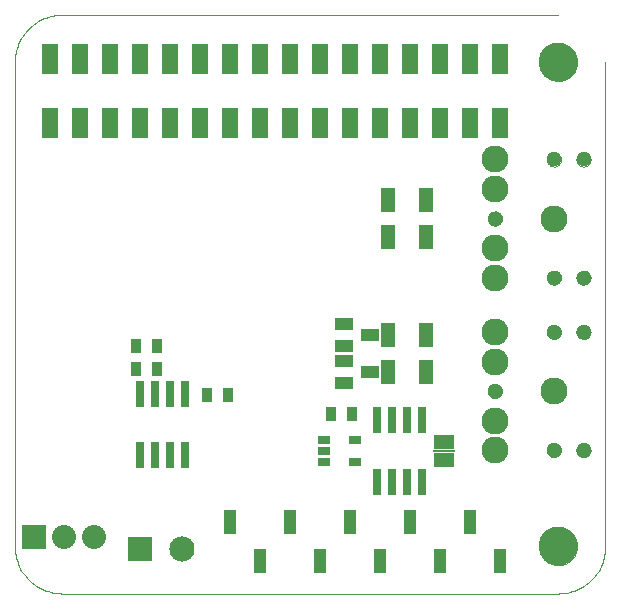
<source format=gts>
G75*
G70*
%OFA0B0*%
%FSLAX24Y24*%
%IPPOS*%
%LPD*%
%AMOC8*
5,1,8,0,0,1.08239X$1,22.5*
%
%ADD10R,0.0540X0.1040*%
%ADD11R,0.0434X0.0827*%
%ADD12C,0.0000*%
%ADD13C,0.1300*%
%ADD14R,0.0430X0.0312*%
%ADD15R,0.0280X0.0910*%
%ADD16R,0.0670X0.0500*%
%ADD17R,0.0720X0.0060*%
%ADD18C,0.0900*%
%ADD19C,0.0512*%
%ADD20R,0.0276X0.0906*%
%ADD21R,0.0355X0.0512*%
%ADD22R,0.0840X0.0840*%
%ADD23C,0.0840*%
%ADD24R,0.0512X0.0827*%
%ADD25R,0.0591X0.0434*%
%ADD26R,0.0800X0.0800*%
%ADD27C,0.0800*%
D10*
X006607Y016175D03*
X007607Y016175D03*
X008607Y016175D03*
X009607Y016175D03*
X010607Y016175D03*
X011607Y016175D03*
X012607Y016175D03*
X013607Y016175D03*
X014607Y016175D03*
X015607Y016175D03*
X016607Y016175D03*
X017607Y016175D03*
X018607Y016175D03*
X019607Y016175D03*
X020607Y016175D03*
X021607Y016175D03*
X021607Y018325D03*
X020607Y018325D03*
X019607Y018325D03*
X018607Y018325D03*
X017607Y018325D03*
X016607Y018325D03*
X015607Y018325D03*
X014607Y018325D03*
X013607Y018325D03*
X012607Y018325D03*
X011607Y018325D03*
X010607Y018325D03*
X009607Y018325D03*
X008607Y018325D03*
X007607Y018325D03*
X006607Y018325D03*
D11*
X012607Y002900D03*
X014607Y002900D03*
X013607Y001600D03*
X015607Y001600D03*
X017607Y001600D03*
X016607Y002900D03*
X018607Y002900D03*
X020607Y002900D03*
X019607Y001600D03*
X021607Y001600D03*
D12*
X005418Y002075D02*
X005418Y018217D01*
X005420Y018294D01*
X005426Y018371D01*
X005435Y018448D01*
X005448Y018524D01*
X005465Y018600D01*
X005486Y018674D01*
X005510Y018748D01*
X005538Y018820D01*
X005569Y018890D01*
X005604Y018959D01*
X005642Y019027D01*
X005683Y019092D01*
X005728Y019155D01*
X005776Y019216D01*
X005826Y019275D01*
X005879Y019331D01*
X005935Y019384D01*
X005994Y019434D01*
X006055Y019482D01*
X006118Y019527D01*
X006183Y019568D01*
X006251Y019606D01*
X006320Y019641D01*
X006390Y019672D01*
X006462Y019700D01*
X006536Y019724D01*
X006610Y019745D01*
X006686Y019762D01*
X006762Y019775D01*
X006839Y019784D01*
X006916Y019790D01*
X006993Y019792D01*
X006993Y019791D02*
X023528Y019791D01*
X022898Y018217D02*
X022900Y018267D01*
X022906Y018317D01*
X022916Y018366D01*
X022930Y018414D01*
X022947Y018461D01*
X022968Y018506D01*
X022993Y018550D01*
X023021Y018591D01*
X023053Y018630D01*
X023087Y018667D01*
X023124Y018701D01*
X023164Y018731D01*
X023206Y018758D01*
X023250Y018782D01*
X023296Y018803D01*
X023343Y018819D01*
X023391Y018832D01*
X023441Y018841D01*
X023490Y018846D01*
X023541Y018847D01*
X023591Y018844D01*
X023640Y018837D01*
X023689Y018826D01*
X023737Y018811D01*
X023783Y018793D01*
X023828Y018771D01*
X023871Y018745D01*
X023912Y018716D01*
X023951Y018684D01*
X023987Y018649D01*
X024019Y018611D01*
X024049Y018571D01*
X024076Y018528D01*
X024099Y018484D01*
X024118Y018438D01*
X024134Y018390D01*
X024146Y018341D01*
X024154Y018292D01*
X024158Y018242D01*
X024158Y018192D01*
X024154Y018142D01*
X024146Y018093D01*
X024134Y018044D01*
X024118Y017996D01*
X024099Y017950D01*
X024076Y017906D01*
X024049Y017863D01*
X024019Y017823D01*
X023987Y017785D01*
X023951Y017750D01*
X023912Y017718D01*
X023871Y017689D01*
X023828Y017663D01*
X023783Y017641D01*
X023737Y017623D01*
X023689Y017608D01*
X023640Y017597D01*
X023591Y017590D01*
X023541Y017587D01*
X023490Y017588D01*
X023441Y017593D01*
X023391Y017602D01*
X023343Y017615D01*
X023296Y017631D01*
X023250Y017652D01*
X023206Y017676D01*
X023164Y017703D01*
X023124Y017733D01*
X023087Y017767D01*
X023053Y017804D01*
X023021Y017843D01*
X022993Y017884D01*
X022968Y017928D01*
X022947Y017973D01*
X022930Y018020D01*
X022916Y018068D01*
X022906Y018117D01*
X022900Y018167D01*
X022898Y018217D01*
X025103Y018217D02*
X025103Y002075D01*
X022898Y002075D02*
X022900Y002125D01*
X022906Y002175D01*
X022916Y002224D01*
X022930Y002272D01*
X022947Y002319D01*
X022968Y002364D01*
X022993Y002408D01*
X023021Y002449D01*
X023053Y002488D01*
X023087Y002525D01*
X023124Y002559D01*
X023164Y002589D01*
X023206Y002616D01*
X023250Y002640D01*
X023296Y002661D01*
X023343Y002677D01*
X023391Y002690D01*
X023441Y002699D01*
X023490Y002704D01*
X023541Y002705D01*
X023591Y002702D01*
X023640Y002695D01*
X023689Y002684D01*
X023737Y002669D01*
X023783Y002651D01*
X023828Y002629D01*
X023871Y002603D01*
X023912Y002574D01*
X023951Y002542D01*
X023987Y002507D01*
X024019Y002469D01*
X024049Y002429D01*
X024076Y002386D01*
X024099Y002342D01*
X024118Y002296D01*
X024134Y002248D01*
X024146Y002199D01*
X024154Y002150D01*
X024158Y002100D01*
X024158Y002050D01*
X024154Y002000D01*
X024146Y001951D01*
X024134Y001902D01*
X024118Y001854D01*
X024099Y001808D01*
X024076Y001764D01*
X024049Y001721D01*
X024019Y001681D01*
X023987Y001643D01*
X023951Y001608D01*
X023912Y001576D01*
X023871Y001547D01*
X023828Y001521D01*
X023783Y001499D01*
X023737Y001481D01*
X023689Y001466D01*
X023640Y001455D01*
X023591Y001448D01*
X023541Y001445D01*
X023490Y001446D01*
X023441Y001451D01*
X023391Y001460D01*
X023343Y001473D01*
X023296Y001489D01*
X023250Y001510D01*
X023206Y001534D01*
X023164Y001561D01*
X023124Y001591D01*
X023087Y001625D01*
X023053Y001662D01*
X023021Y001701D01*
X022993Y001742D01*
X022968Y001786D01*
X022947Y001831D01*
X022930Y001878D01*
X022916Y001926D01*
X022906Y001975D01*
X022900Y002025D01*
X022898Y002075D01*
X023528Y000500D02*
X023605Y000502D01*
X023682Y000508D01*
X023759Y000517D01*
X023835Y000530D01*
X023911Y000547D01*
X023985Y000568D01*
X024059Y000592D01*
X024131Y000620D01*
X024201Y000651D01*
X024270Y000686D01*
X024338Y000724D01*
X024403Y000765D01*
X024466Y000810D01*
X024527Y000858D01*
X024586Y000908D01*
X024642Y000961D01*
X024695Y001017D01*
X024745Y001076D01*
X024793Y001137D01*
X024838Y001200D01*
X024879Y001265D01*
X024917Y001333D01*
X024952Y001402D01*
X024983Y001472D01*
X025011Y001544D01*
X025035Y001618D01*
X025056Y001692D01*
X025073Y001768D01*
X025086Y001844D01*
X025095Y001921D01*
X025101Y001998D01*
X025103Y002075D01*
X023528Y000500D02*
X006993Y000500D01*
X006916Y000502D01*
X006839Y000508D01*
X006762Y000517D01*
X006686Y000530D01*
X006610Y000547D01*
X006536Y000568D01*
X006462Y000592D01*
X006390Y000620D01*
X006320Y000651D01*
X006251Y000686D01*
X006183Y000724D01*
X006118Y000765D01*
X006055Y000810D01*
X005994Y000858D01*
X005935Y000908D01*
X005879Y000961D01*
X005826Y001017D01*
X005776Y001076D01*
X005728Y001137D01*
X005683Y001200D01*
X005642Y001265D01*
X005604Y001333D01*
X005569Y001402D01*
X005538Y001472D01*
X005510Y001544D01*
X005486Y001618D01*
X005465Y001692D01*
X005448Y001768D01*
X005435Y001844D01*
X005426Y001921D01*
X005420Y001998D01*
X005418Y002075D01*
X021187Y007250D02*
X021189Y007280D01*
X021195Y007310D01*
X021204Y007339D01*
X021217Y007366D01*
X021234Y007391D01*
X021253Y007414D01*
X021276Y007435D01*
X021301Y007452D01*
X021327Y007466D01*
X021356Y007476D01*
X021385Y007483D01*
X021415Y007486D01*
X021446Y007485D01*
X021476Y007480D01*
X021505Y007471D01*
X021532Y007459D01*
X021558Y007444D01*
X021582Y007425D01*
X021603Y007403D01*
X021621Y007379D01*
X021636Y007352D01*
X021647Y007324D01*
X021655Y007295D01*
X021659Y007265D01*
X021659Y007235D01*
X021655Y007205D01*
X021647Y007176D01*
X021636Y007148D01*
X021621Y007121D01*
X021603Y007097D01*
X021582Y007075D01*
X021558Y007056D01*
X021532Y007041D01*
X021505Y007029D01*
X021476Y007020D01*
X021446Y007015D01*
X021415Y007014D01*
X021385Y007017D01*
X021356Y007024D01*
X021327Y007034D01*
X021301Y007048D01*
X021276Y007065D01*
X021253Y007086D01*
X021234Y007109D01*
X021217Y007134D01*
X021204Y007161D01*
X021195Y007190D01*
X021189Y007220D01*
X021187Y007250D01*
X023156Y005281D02*
X023158Y005311D01*
X023164Y005341D01*
X023173Y005370D01*
X023186Y005397D01*
X023203Y005422D01*
X023222Y005445D01*
X023245Y005466D01*
X023270Y005483D01*
X023296Y005497D01*
X023325Y005507D01*
X023354Y005514D01*
X023384Y005517D01*
X023415Y005516D01*
X023445Y005511D01*
X023474Y005502D01*
X023501Y005490D01*
X023527Y005475D01*
X023551Y005456D01*
X023572Y005434D01*
X023590Y005410D01*
X023605Y005383D01*
X023616Y005355D01*
X023624Y005326D01*
X023628Y005296D01*
X023628Y005266D01*
X023624Y005236D01*
X023616Y005207D01*
X023605Y005179D01*
X023590Y005152D01*
X023572Y005128D01*
X023551Y005106D01*
X023527Y005087D01*
X023501Y005072D01*
X023474Y005060D01*
X023445Y005051D01*
X023415Y005046D01*
X023384Y005045D01*
X023354Y005048D01*
X023325Y005055D01*
X023296Y005065D01*
X023270Y005079D01*
X023245Y005096D01*
X023222Y005117D01*
X023203Y005140D01*
X023186Y005165D01*
X023173Y005192D01*
X023164Y005221D01*
X023158Y005251D01*
X023156Y005281D01*
X024140Y005281D02*
X024142Y005311D01*
X024148Y005341D01*
X024157Y005370D01*
X024170Y005397D01*
X024187Y005422D01*
X024206Y005445D01*
X024229Y005466D01*
X024254Y005483D01*
X024280Y005497D01*
X024309Y005507D01*
X024338Y005514D01*
X024368Y005517D01*
X024399Y005516D01*
X024429Y005511D01*
X024458Y005502D01*
X024485Y005490D01*
X024511Y005475D01*
X024535Y005456D01*
X024556Y005434D01*
X024574Y005410D01*
X024589Y005383D01*
X024600Y005355D01*
X024608Y005326D01*
X024612Y005296D01*
X024612Y005266D01*
X024608Y005236D01*
X024600Y005207D01*
X024589Y005179D01*
X024574Y005152D01*
X024556Y005128D01*
X024535Y005106D01*
X024511Y005087D01*
X024485Y005072D01*
X024458Y005060D01*
X024429Y005051D01*
X024399Y005046D01*
X024368Y005045D01*
X024338Y005048D01*
X024309Y005055D01*
X024280Y005065D01*
X024254Y005079D01*
X024229Y005096D01*
X024206Y005117D01*
X024187Y005140D01*
X024170Y005165D01*
X024157Y005192D01*
X024148Y005221D01*
X024142Y005251D01*
X024140Y005281D01*
X024140Y009219D02*
X024142Y009249D01*
X024148Y009279D01*
X024157Y009308D01*
X024170Y009335D01*
X024187Y009360D01*
X024206Y009383D01*
X024229Y009404D01*
X024254Y009421D01*
X024280Y009435D01*
X024309Y009445D01*
X024338Y009452D01*
X024368Y009455D01*
X024399Y009454D01*
X024429Y009449D01*
X024458Y009440D01*
X024485Y009428D01*
X024511Y009413D01*
X024535Y009394D01*
X024556Y009372D01*
X024574Y009348D01*
X024589Y009321D01*
X024600Y009293D01*
X024608Y009264D01*
X024612Y009234D01*
X024612Y009204D01*
X024608Y009174D01*
X024600Y009145D01*
X024589Y009117D01*
X024574Y009090D01*
X024556Y009066D01*
X024535Y009044D01*
X024511Y009025D01*
X024485Y009010D01*
X024458Y008998D01*
X024429Y008989D01*
X024399Y008984D01*
X024368Y008983D01*
X024338Y008986D01*
X024309Y008993D01*
X024280Y009003D01*
X024254Y009017D01*
X024229Y009034D01*
X024206Y009055D01*
X024187Y009078D01*
X024170Y009103D01*
X024157Y009130D01*
X024148Y009159D01*
X024142Y009189D01*
X024140Y009219D01*
X023156Y009219D02*
X023158Y009249D01*
X023164Y009279D01*
X023173Y009308D01*
X023186Y009335D01*
X023203Y009360D01*
X023222Y009383D01*
X023245Y009404D01*
X023270Y009421D01*
X023296Y009435D01*
X023325Y009445D01*
X023354Y009452D01*
X023384Y009455D01*
X023415Y009454D01*
X023445Y009449D01*
X023474Y009440D01*
X023501Y009428D01*
X023527Y009413D01*
X023551Y009394D01*
X023572Y009372D01*
X023590Y009348D01*
X023605Y009321D01*
X023616Y009293D01*
X023624Y009264D01*
X023628Y009234D01*
X023628Y009204D01*
X023624Y009174D01*
X023616Y009145D01*
X023605Y009117D01*
X023590Y009090D01*
X023572Y009066D01*
X023551Y009044D01*
X023527Y009025D01*
X023501Y009010D01*
X023474Y008998D01*
X023445Y008989D01*
X023415Y008984D01*
X023384Y008983D01*
X023354Y008986D01*
X023325Y008993D01*
X023296Y009003D01*
X023270Y009017D01*
X023245Y009034D01*
X023222Y009055D01*
X023203Y009078D01*
X023186Y009103D01*
X023173Y009130D01*
X023164Y009159D01*
X023158Y009189D01*
X023156Y009219D01*
X023156Y011031D02*
X023158Y011061D01*
X023164Y011091D01*
X023173Y011120D01*
X023186Y011147D01*
X023203Y011172D01*
X023222Y011195D01*
X023245Y011216D01*
X023270Y011233D01*
X023296Y011247D01*
X023325Y011257D01*
X023354Y011264D01*
X023384Y011267D01*
X023415Y011266D01*
X023445Y011261D01*
X023474Y011252D01*
X023501Y011240D01*
X023527Y011225D01*
X023551Y011206D01*
X023572Y011184D01*
X023590Y011160D01*
X023605Y011133D01*
X023616Y011105D01*
X023624Y011076D01*
X023628Y011046D01*
X023628Y011016D01*
X023624Y010986D01*
X023616Y010957D01*
X023605Y010929D01*
X023590Y010902D01*
X023572Y010878D01*
X023551Y010856D01*
X023527Y010837D01*
X023501Y010822D01*
X023474Y010810D01*
X023445Y010801D01*
X023415Y010796D01*
X023384Y010795D01*
X023354Y010798D01*
X023325Y010805D01*
X023296Y010815D01*
X023270Y010829D01*
X023245Y010846D01*
X023222Y010867D01*
X023203Y010890D01*
X023186Y010915D01*
X023173Y010942D01*
X023164Y010971D01*
X023158Y011001D01*
X023156Y011031D01*
X024140Y011031D02*
X024142Y011061D01*
X024148Y011091D01*
X024157Y011120D01*
X024170Y011147D01*
X024187Y011172D01*
X024206Y011195D01*
X024229Y011216D01*
X024254Y011233D01*
X024280Y011247D01*
X024309Y011257D01*
X024338Y011264D01*
X024368Y011267D01*
X024399Y011266D01*
X024429Y011261D01*
X024458Y011252D01*
X024485Y011240D01*
X024511Y011225D01*
X024535Y011206D01*
X024556Y011184D01*
X024574Y011160D01*
X024589Y011133D01*
X024600Y011105D01*
X024608Y011076D01*
X024612Y011046D01*
X024612Y011016D01*
X024608Y010986D01*
X024600Y010957D01*
X024589Y010929D01*
X024574Y010902D01*
X024556Y010878D01*
X024535Y010856D01*
X024511Y010837D01*
X024485Y010822D01*
X024458Y010810D01*
X024429Y010801D01*
X024399Y010796D01*
X024368Y010795D01*
X024338Y010798D01*
X024309Y010805D01*
X024280Y010815D01*
X024254Y010829D01*
X024229Y010846D01*
X024206Y010867D01*
X024187Y010890D01*
X024170Y010915D01*
X024157Y010942D01*
X024148Y010971D01*
X024142Y011001D01*
X024140Y011031D01*
X021187Y013000D02*
X021189Y013030D01*
X021195Y013060D01*
X021204Y013089D01*
X021217Y013116D01*
X021234Y013141D01*
X021253Y013164D01*
X021276Y013185D01*
X021301Y013202D01*
X021327Y013216D01*
X021356Y013226D01*
X021385Y013233D01*
X021415Y013236D01*
X021446Y013235D01*
X021476Y013230D01*
X021505Y013221D01*
X021532Y013209D01*
X021558Y013194D01*
X021582Y013175D01*
X021603Y013153D01*
X021621Y013129D01*
X021636Y013102D01*
X021647Y013074D01*
X021655Y013045D01*
X021659Y013015D01*
X021659Y012985D01*
X021655Y012955D01*
X021647Y012926D01*
X021636Y012898D01*
X021621Y012871D01*
X021603Y012847D01*
X021582Y012825D01*
X021558Y012806D01*
X021532Y012791D01*
X021505Y012779D01*
X021476Y012770D01*
X021446Y012765D01*
X021415Y012764D01*
X021385Y012767D01*
X021356Y012774D01*
X021327Y012784D01*
X021301Y012798D01*
X021276Y012815D01*
X021253Y012836D01*
X021234Y012859D01*
X021217Y012884D01*
X021204Y012911D01*
X021195Y012940D01*
X021189Y012970D01*
X021187Y013000D01*
X023156Y014969D02*
X023158Y014999D01*
X023164Y015029D01*
X023173Y015058D01*
X023186Y015085D01*
X023203Y015110D01*
X023222Y015133D01*
X023245Y015154D01*
X023270Y015171D01*
X023296Y015185D01*
X023325Y015195D01*
X023354Y015202D01*
X023384Y015205D01*
X023415Y015204D01*
X023445Y015199D01*
X023474Y015190D01*
X023501Y015178D01*
X023527Y015163D01*
X023551Y015144D01*
X023572Y015122D01*
X023590Y015098D01*
X023605Y015071D01*
X023616Y015043D01*
X023624Y015014D01*
X023628Y014984D01*
X023628Y014954D01*
X023624Y014924D01*
X023616Y014895D01*
X023605Y014867D01*
X023590Y014840D01*
X023572Y014816D01*
X023551Y014794D01*
X023527Y014775D01*
X023501Y014760D01*
X023474Y014748D01*
X023445Y014739D01*
X023415Y014734D01*
X023384Y014733D01*
X023354Y014736D01*
X023325Y014743D01*
X023296Y014753D01*
X023270Y014767D01*
X023245Y014784D01*
X023222Y014805D01*
X023203Y014828D01*
X023186Y014853D01*
X023173Y014880D01*
X023164Y014909D01*
X023158Y014939D01*
X023156Y014969D01*
X024140Y014969D02*
X024142Y014999D01*
X024148Y015029D01*
X024157Y015058D01*
X024170Y015085D01*
X024187Y015110D01*
X024206Y015133D01*
X024229Y015154D01*
X024254Y015171D01*
X024280Y015185D01*
X024309Y015195D01*
X024338Y015202D01*
X024368Y015205D01*
X024399Y015204D01*
X024429Y015199D01*
X024458Y015190D01*
X024485Y015178D01*
X024511Y015163D01*
X024535Y015144D01*
X024556Y015122D01*
X024574Y015098D01*
X024589Y015071D01*
X024600Y015043D01*
X024608Y015014D01*
X024612Y014984D01*
X024612Y014954D01*
X024608Y014924D01*
X024600Y014895D01*
X024589Y014867D01*
X024574Y014840D01*
X024556Y014816D01*
X024535Y014794D01*
X024511Y014775D01*
X024485Y014760D01*
X024458Y014748D01*
X024429Y014739D01*
X024399Y014734D01*
X024368Y014733D01*
X024338Y014736D01*
X024309Y014743D01*
X024280Y014753D01*
X024254Y014767D01*
X024229Y014784D01*
X024206Y014805D01*
X024187Y014828D01*
X024170Y014853D01*
X024157Y014880D01*
X024148Y014909D01*
X024142Y014939D01*
X024140Y014969D01*
D13*
X023528Y018217D03*
X023528Y002075D03*
D14*
X016744Y004876D03*
X016744Y005624D03*
X015724Y005624D03*
X015724Y005250D03*
X015724Y004876D03*
D15*
X017482Y004220D03*
X017982Y004220D03*
X018482Y004220D03*
X018982Y004220D03*
X018982Y006280D03*
X018482Y006280D03*
X017982Y006280D03*
X017482Y006280D03*
D16*
X019732Y005550D03*
X019732Y004950D03*
D17*
X019732Y005250D03*
D18*
X021423Y005281D03*
X021423Y006266D03*
X023392Y007250D03*
X021423Y008234D03*
X021423Y009219D03*
X021423Y011031D03*
X021423Y012016D03*
X023392Y013000D03*
X021423Y013984D03*
X021423Y014969D03*
D19*
X023392Y014969D03*
X024376Y014969D03*
X021423Y013000D03*
X023392Y011031D03*
X024376Y011031D03*
X024376Y009219D03*
X023392Y009219D03*
X021423Y007250D03*
X023392Y005281D03*
X024376Y005281D03*
D20*
X011107Y005101D03*
X010607Y005101D03*
X010107Y005101D03*
X009607Y005101D03*
X009607Y007149D03*
X010107Y007149D03*
X010607Y007149D03*
X011107Y007149D03*
D21*
X011832Y007125D03*
X012541Y007125D03*
X010166Y008000D03*
X009457Y008000D03*
X009457Y008750D03*
X010166Y008750D03*
X015957Y006500D03*
X016666Y006500D03*
D22*
X009607Y002000D03*
D23*
X010985Y002000D03*
D24*
X017852Y007875D03*
X019112Y007875D03*
X019112Y009125D03*
X017852Y009125D03*
X017852Y012375D03*
X019112Y012375D03*
X019112Y013625D03*
X017852Y013625D03*
D25*
X016379Y009499D03*
X017245Y009125D03*
X016379Y008751D03*
X016379Y008249D03*
X016379Y007501D03*
X017245Y007875D03*
D26*
X006062Y002375D03*
D27*
X007062Y002375D03*
X008062Y002375D03*
M02*

</source>
